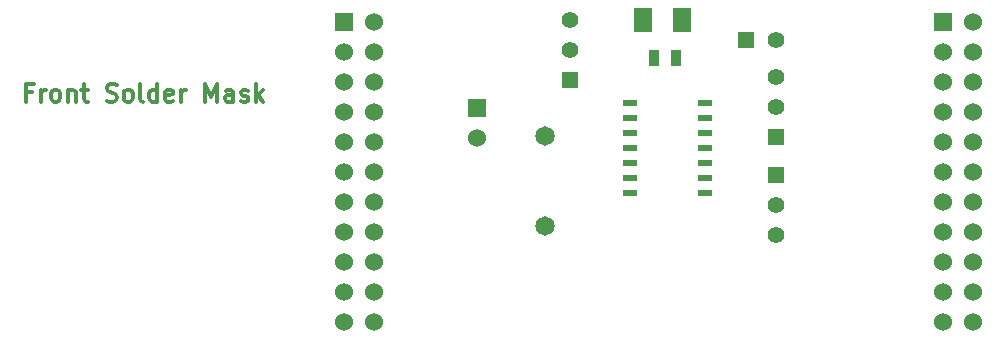
<source format=gts>
G04 (created by PCBNEW (2013-mar-13)-testing) date Fri 31 May 2013 15:23:22 BST*
%MOIN*%
G04 Gerber Fmt 3.4, Leading zero omitted, Abs format*
%FSLAX34Y34*%
G01*
G70*
G90*
G04 APERTURE LIST*
%ADD10C,0.006000*%
%ADD11C,0.011811*%
%ADD12R,0.035000X0.055000*%
%ADD13R,0.060000X0.080000*%
%ADD14R,0.060000X0.060000*%
%ADD15C,0.060000*%
%ADD16C,0.065000*%
%ADD17R,0.045000X0.020000*%
%ADD18R,0.055000X0.055000*%
%ADD19C,0.055000*%
G04 APERTURE END LIST*
G54D10*
G54D11*
X28464Y-36217D02*
X28267Y-36217D01*
X28267Y-36526D02*
X28267Y-35936D01*
X28548Y-35936D01*
X28773Y-36526D02*
X28773Y-36133D01*
X28773Y-36245D02*
X28802Y-36189D01*
X28830Y-36161D01*
X28886Y-36133D01*
X28942Y-36133D01*
X29223Y-36526D02*
X29167Y-36498D01*
X29139Y-36470D01*
X29111Y-36414D01*
X29111Y-36245D01*
X29139Y-36189D01*
X29167Y-36161D01*
X29223Y-36133D01*
X29308Y-36133D01*
X29364Y-36161D01*
X29392Y-36189D01*
X29420Y-36245D01*
X29420Y-36414D01*
X29392Y-36470D01*
X29364Y-36498D01*
X29308Y-36526D01*
X29223Y-36526D01*
X29673Y-36133D02*
X29673Y-36526D01*
X29673Y-36189D02*
X29701Y-36161D01*
X29758Y-36133D01*
X29842Y-36133D01*
X29898Y-36161D01*
X29926Y-36217D01*
X29926Y-36526D01*
X30123Y-36133D02*
X30348Y-36133D01*
X30208Y-35936D02*
X30208Y-36442D01*
X30236Y-36498D01*
X30292Y-36526D01*
X30348Y-36526D01*
X30967Y-36498D02*
X31051Y-36526D01*
X31192Y-36526D01*
X31248Y-36498D01*
X31276Y-36470D01*
X31304Y-36414D01*
X31304Y-36358D01*
X31276Y-36302D01*
X31248Y-36273D01*
X31192Y-36245D01*
X31079Y-36217D01*
X31023Y-36189D01*
X30995Y-36161D01*
X30967Y-36105D01*
X30967Y-36048D01*
X30995Y-35992D01*
X31023Y-35964D01*
X31079Y-35936D01*
X31220Y-35936D01*
X31304Y-35964D01*
X31642Y-36526D02*
X31586Y-36498D01*
X31557Y-36470D01*
X31529Y-36414D01*
X31529Y-36245D01*
X31557Y-36189D01*
X31586Y-36161D01*
X31642Y-36133D01*
X31726Y-36133D01*
X31782Y-36161D01*
X31811Y-36189D01*
X31839Y-36245D01*
X31839Y-36414D01*
X31811Y-36470D01*
X31782Y-36498D01*
X31726Y-36526D01*
X31642Y-36526D01*
X32176Y-36526D02*
X32120Y-36498D01*
X32092Y-36442D01*
X32092Y-35936D01*
X32654Y-36526D02*
X32654Y-35936D01*
X32654Y-36498D02*
X32598Y-36526D01*
X32485Y-36526D01*
X32429Y-36498D01*
X32401Y-36470D01*
X32373Y-36414D01*
X32373Y-36245D01*
X32401Y-36189D01*
X32429Y-36161D01*
X32485Y-36133D01*
X32598Y-36133D01*
X32654Y-36161D01*
X33160Y-36498D02*
X33104Y-36526D01*
X32992Y-36526D01*
X32935Y-36498D01*
X32907Y-36442D01*
X32907Y-36217D01*
X32935Y-36161D01*
X32992Y-36133D01*
X33104Y-36133D01*
X33160Y-36161D01*
X33188Y-36217D01*
X33188Y-36273D01*
X32907Y-36330D01*
X33442Y-36526D02*
X33442Y-36133D01*
X33442Y-36245D02*
X33470Y-36189D01*
X33498Y-36161D01*
X33554Y-36133D01*
X33610Y-36133D01*
X34257Y-36526D02*
X34257Y-35936D01*
X34454Y-36358D01*
X34651Y-35936D01*
X34651Y-36526D01*
X35185Y-36526D02*
X35185Y-36217D01*
X35157Y-36161D01*
X35101Y-36133D01*
X34988Y-36133D01*
X34932Y-36161D01*
X35185Y-36498D02*
X35129Y-36526D01*
X34988Y-36526D01*
X34932Y-36498D01*
X34904Y-36442D01*
X34904Y-36386D01*
X34932Y-36330D01*
X34988Y-36302D01*
X35129Y-36302D01*
X35185Y-36273D01*
X35438Y-36498D02*
X35494Y-36526D01*
X35607Y-36526D01*
X35663Y-36498D01*
X35691Y-36442D01*
X35691Y-36414D01*
X35663Y-36358D01*
X35607Y-36330D01*
X35523Y-36330D01*
X35466Y-36302D01*
X35438Y-36245D01*
X35438Y-36217D01*
X35466Y-36161D01*
X35523Y-36133D01*
X35607Y-36133D01*
X35663Y-36161D01*
X35944Y-36526D02*
X35944Y-35936D01*
X36001Y-36302D02*
X36169Y-36526D01*
X36169Y-36133D02*
X35944Y-36358D01*
G54D12*
X49951Y-35059D03*
X49201Y-35059D03*
G54D13*
X50138Y-33809D03*
X48838Y-33809D03*
G54D14*
X38870Y-33870D03*
G54D15*
X39870Y-33870D03*
X38870Y-34870D03*
X39870Y-34870D03*
X38870Y-35870D03*
X39870Y-35870D03*
X38870Y-36870D03*
X39870Y-36870D03*
X38870Y-37870D03*
X39870Y-37870D03*
X38870Y-38870D03*
X39870Y-38870D03*
X38870Y-39870D03*
X39870Y-39870D03*
X38870Y-40870D03*
X39870Y-40870D03*
X38870Y-41870D03*
X39870Y-41870D03*
X38870Y-42870D03*
X39870Y-42870D03*
X38870Y-43870D03*
X39870Y-43870D03*
G54D14*
X43307Y-36724D03*
G54D15*
X43307Y-37724D03*
G54D14*
X58850Y-33870D03*
G54D15*
X59850Y-33870D03*
X58850Y-34870D03*
X59850Y-34870D03*
X58850Y-35870D03*
X59850Y-35870D03*
X58850Y-36870D03*
X59850Y-36870D03*
X58850Y-37870D03*
X59850Y-37870D03*
X58850Y-38870D03*
X59850Y-38870D03*
X58850Y-39870D03*
X59850Y-39870D03*
X58850Y-40870D03*
X59850Y-40870D03*
X58850Y-41870D03*
X59850Y-41870D03*
X58850Y-42870D03*
X59850Y-42870D03*
X58850Y-43870D03*
X59850Y-43870D03*
G54D16*
X45590Y-37663D03*
X45590Y-40663D03*
G54D17*
X48394Y-36570D03*
X48394Y-37070D03*
X48394Y-37570D03*
X48394Y-38070D03*
X48394Y-38570D03*
X48394Y-39070D03*
X48394Y-39570D03*
X50894Y-39570D03*
X50894Y-39070D03*
X50894Y-38070D03*
X50894Y-37570D03*
X50894Y-37070D03*
X50894Y-36570D03*
X50894Y-38570D03*
G54D18*
X46417Y-35812D03*
G54D19*
X46417Y-34812D03*
X46417Y-33812D03*
G54D18*
X52265Y-34458D03*
G54D19*
X53265Y-34458D03*
G54D18*
X53267Y-37712D03*
G54D19*
X53267Y-36712D03*
X53267Y-35712D03*
G54D18*
X53277Y-38970D03*
G54D19*
X53277Y-39970D03*
X53277Y-40970D03*
M02*

</source>
